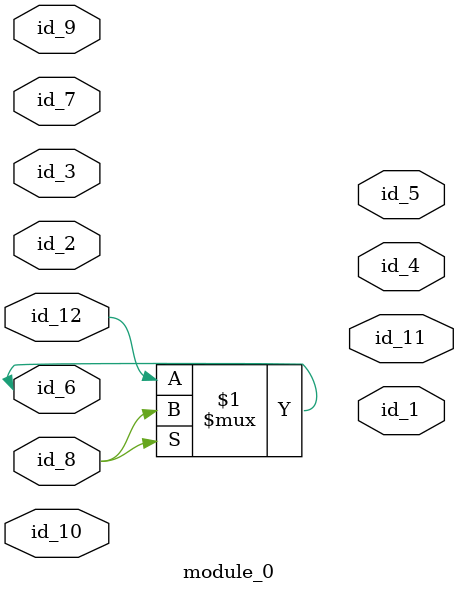
<source format=v>
module module_0 (
    id_1,
    id_2,
    id_3,
    id_4,
    id_5,
    id_6,
    id_7,
    id_8,
    id_9,
    id_10,
    id_11,
    id_12
);
  inout id_12;
  output id_11;
  inout id_10;
  input id_9;
  input id_8;
  input id_7;
  inout id_6;
  output id_5;
  output id_4;
  inout id_3;
  inout id_2;
  output id_1;
  assign id_6 = id_8 ? {1{id_8}} : id_12;
endmodule

</source>
